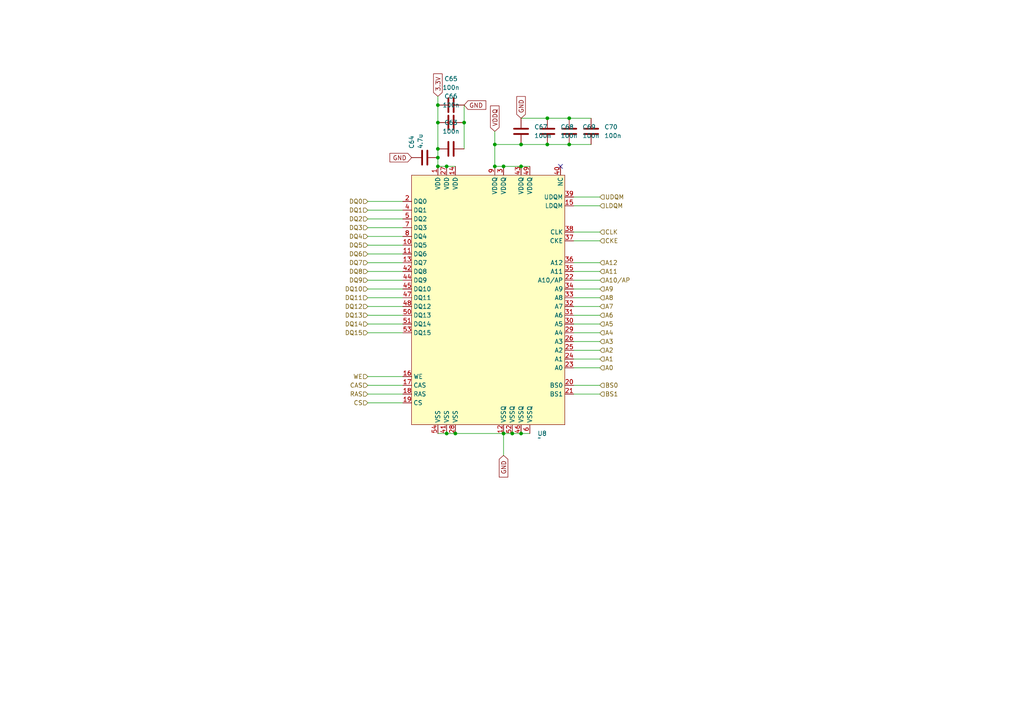
<source format=kicad_sch>
(kicad_sch
	(version 20231120)
	(generator "eeschema")
	(generator_version "8.0")
	(uuid "6b865fdc-0fc1-4c99-bea2-629611eef4af")
	(paper "A4")
	(lib_symbols
		(symbol "Device:C"
			(pin_numbers hide)
			(pin_names
				(offset 0.254)
			)
			(exclude_from_sim no)
			(in_bom yes)
			(on_board yes)
			(property "Reference" "C"
				(at 0.635 2.54 0)
				(effects
					(font
						(size 1.27 1.27)
					)
					(justify left)
				)
			)
			(property "Value" "C"
				(at 0.635 -2.54 0)
				(effects
					(font
						(size 1.27 1.27)
					)
					(justify left)
				)
			)
			(property "Footprint" ""
				(at 0.9652 -3.81 0)
				(effects
					(font
						(size 1.27 1.27)
					)
					(hide yes)
				)
			)
			(property "Datasheet" "~"
				(at 0 0 0)
				(effects
					(font
						(size 1.27 1.27)
					)
					(hide yes)
				)
			)
			(property "Description" "Unpolarized capacitor"
				(at 0 0 0)
				(effects
					(font
						(size 1.27 1.27)
					)
					(hide yes)
				)
			)
			(property "ki_keywords" "cap capacitor"
				(at 0 0 0)
				(effects
					(font
						(size 1.27 1.27)
					)
					(hide yes)
				)
			)
			(property "ki_fp_filters" "C_*"
				(at 0 0 0)
				(effects
					(font
						(size 1.27 1.27)
					)
					(hide yes)
				)
			)
			(symbol "C_0_1"
				(polyline
					(pts
						(xy -2.032 -0.762) (xy 2.032 -0.762)
					)
					(stroke
						(width 0.508)
						(type default)
					)
					(fill
						(type none)
					)
				)
				(polyline
					(pts
						(xy -2.032 0.762) (xy 2.032 0.762)
					)
					(stroke
						(width 0.508)
						(type default)
					)
					(fill
						(type none)
					)
				)
			)
			(symbol "C_1_1"
				(pin passive line
					(at 0 3.81 270)
					(length 2.794)
					(name "~"
						(effects
							(font
								(size 1.27 1.27)
							)
						)
					)
					(number "1"
						(effects
							(font
								(size 1.27 1.27)
							)
						)
					)
				)
				(pin passive line
					(at 0 -3.81 90)
					(length 2.794)
					(name "~"
						(effects
							(font
								(size 1.27 1.27)
							)
						)
					)
					(number "2"
						(effects
							(font
								(size 1.27 1.27)
							)
						)
					)
				)
			)
		)
		(symbol "W9825G6KH:W9825G6KH"
			(exclude_from_sim no)
			(in_bom yes)
			(on_board yes)
			(property "Reference" "U"
				(at 12.954 -16.51 0)
				(effects
					(font
						(size 1.27 1.27)
					)
				)
			)
			(property "Value" ""
				(at -14.224 10.922 0)
				(effects
					(font
						(size 1.27 1.27)
					)
				)
			)
			(property "Footprint" ""
				(at -14.224 10.922 0)
				(effects
					(font
						(size 1.27 1.27)
					)
					(hide yes)
				)
			)
			(property "Datasheet" ""
				(at -14.224 10.922 0)
				(effects
					(font
						(size 1.27 1.27)
					)
					(hide yes)
				)
			)
			(property "Description" ""
				(at -14.224 10.922 0)
				(effects
					(font
						(size 1.27 1.27)
					)
					(hide yes)
				)
			)
			(symbol "W9825G6KH_1_1"
				(rectangle
					(start -8.89 15.24)
					(end 35.56 -57.15)
					(stroke
						(width 0)
						(type default)
					)
					(fill
						(type background)
					)
				)
				(pin input line
					(at -1.27 17.78 270)
					(length 2.54)
					(name "VDD"
						(effects
							(font
								(size 1.27 1.27)
							)
						)
					)
					(number "1"
						(effects
							(font
								(size 1.27 1.27)
							)
						)
					)
				)
				(pin bidirectional line
					(at -11.43 -5.08 0)
					(length 2.54)
					(name "DQ5"
						(effects
							(font
								(size 1.27 1.27)
							)
						)
					)
					(number "10"
						(effects
							(font
								(size 1.27 1.27)
							)
						)
					)
				)
				(pin bidirectional line
					(at -11.43 -7.62 0)
					(length 2.54)
					(name "DQ6"
						(effects
							(font
								(size 1.27 1.27)
							)
						)
					)
					(number "11"
						(effects
							(font
								(size 1.27 1.27)
							)
						)
					)
				)
				(pin input line
					(at 17.78 -59.69 90)
					(length 2.54)
					(name "VSSQ"
						(effects
							(font
								(size 1.27 1.27)
							)
						)
					)
					(number "12"
						(effects
							(font
								(size 1.27 1.27)
							)
						)
					)
				)
				(pin bidirectional line
					(at -11.43 -10.16 0)
					(length 2.54)
					(name "DQ7"
						(effects
							(font
								(size 1.27 1.27)
							)
						)
					)
					(number "13"
						(effects
							(font
								(size 1.27 1.27)
							)
						)
					)
				)
				(pin input line
					(at 3.81 17.78 270)
					(length 2.54)
					(name "VDD"
						(effects
							(font
								(size 1.27 1.27)
							)
						)
					)
					(number "14"
						(effects
							(font
								(size 1.27 1.27)
							)
						)
					)
				)
				(pin input line
					(at 38.1 6.35 180)
					(length 2.54)
					(name "LDQM"
						(effects
							(font
								(size 1.27 1.27)
							)
						)
					)
					(number "15"
						(effects
							(font
								(size 1.27 1.27)
							)
						)
					)
				)
				(pin input line
					(at -11.43 -43.18 0)
					(length 2.54)
					(name "WE"
						(effects
							(font
								(size 1.27 1.27)
							)
						)
					)
					(number "16"
						(effects
							(font
								(size 1.27 1.27)
							)
						)
					)
				)
				(pin input line
					(at -11.43 -45.72 0)
					(length 2.54)
					(name "CAS"
						(effects
							(font
								(size 1.27 1.27)
							)
						)
					)
					(number "17"
						(effects
							(font
								(size 1.27 1.27)
							)
						)
					)
				)
				(pin input line
					(at -11.43 -48.26 0)
					(length 2.54)
					(name "RAS"
						(effects
							(font
								(size 1.27 1.27)
							)
						)
					)
					(number "18"
						(effects
							(font
								(size 1.27 1.27)
							)
						)
					)
				)
				(pin input line
					(at -11.43 -50.8 0)
					(length 2.54)
					(name "CS"
						(effects
							(font
								(size 1.27 1.27)
							)
						)
					)
					(number "19"
						(effects
							(font
								(size 1.27 1.27)
							)
						)
					)
				)
				(pin bidirectional line
					(at -11.43 7.62 0)
					(length 2.54)
					(name "DQ0"
						(effects
							(font
								(size 1.27 1.27)
							)
						)
					)
					(number "2"
						(effects
							(font
								(size 1.27 1.27)
							)
						)
					)
				)
				(pin input line
					(at 38.1 -45.72 180)
					(length 2.54)
					(name "BS0"
						(effects
							(font
								(size 1.27 1.27)
							)
						)
					)
					(number "20"
						(effects
							(font
								(size 1.27 1.27)
							)
						)
					)
				)
				(pin input line
					(at 38.1 -48.26 180)
					(length 2.54)
					(name "BS1"
						(effects
							(font
								(size 1.27 1.27)
							)
						)
					)
					(number "21"
						(effects
							(font
								(size 1.27 1.27)
							)
						)
					)
				)
				(pin input line
					(at 38.1 -15.24 180)
					(length 2.54)
					(name "A10/AP"
						(effects
							(font
								(size 1.27 1.27)
							)
						)
					)
					(number "22"
						(effects
							(font
								(size 1.27 1.27)
							)
						)
					)
				)
				(pin input line
					(at 38.1 -40.64 180)
					(length 2.54)
					(name "A0"
						(effects
							(font
								(size 1.27 1.27)
							)
						)
					)
					(number "23"
						(effects
							(font
								(size 1.27 1.27)
							)
						)
					)
				)
				(pin input line
					(at 38.1 -38.1 180)
					(length 2.54)
					(name "A1"
						(effects
							(font
								(size 1.27 1.27)
							)
						)
					)
					(number "24"
						(effects
							(font
								(size 1.27 1.27)
							)
						)
					)
				)
				(pin input line
					(at 38.1 -35.56 180)
					(length 2.54)
					(name "A2"
						(effects
							(font
								(size 1.27 1.27)
							)
						)
					)
					(number "25"
						(effects
							(font
								(size 1.27 1.27)
							)
						)
					)
				)
				(pin input line
					(at 38.1 -33.02 180)
					(length 2.54)
					(name "A3"
						(effects
							(font
								(size 1.27 1.27)
							)
						)
					)
					(number "26"
						(effects
							(font
								(size 1.27 1.27)
							)
						)
					)
				)
				(pin input line
					(at 1.27 17.78 270)
					(length 2.54)
					(name "VDD"
						(effects
							(font
								(size 1.27 1.27)
							)
						)
					)
					(number "27"
						(effects
							(font
								(size 1.27 1.27)
							)
						)
					)
				)
				(pin input line
					(at 3.81 -59.69 90)
					(length 2.54)
					(name "VSS"
						(effects
							(font
								(size 1.27 1.27)
							)
						)
					)
					(number "28"
						(effects
							(font
								(size 1.27 1.27)
							)
						)
					)
				)
				(pin input line
					(at 38.1 -30.48 180)
					(length 2.54)
					(name "A4"
						(effects
							(font
								(size 1.27 1.27)
							)
						)
					)
					(number "29"
						(effects
							(font
								(size 1.27 1.27)
							)
						)
					)
				)
				(pin input line
					(at 17.78 17.78 270)
					(length 2.54)
					(name "VDDQ"
						(effects
							(font
								(size 1.27 1.27)
							)
						)
					)
					(number "3"
						(effects
							(font
								(size 1.27 1.27)
							)
						)
					)
				)
				(pin input line
					(at 38.1 -27.94 180)
					(length 2.54)
					(name "A5"
						(effects
							(font
								(size 1.27 1.27)
							)
						)
					)
					(number "30"
						(effects
							(font
								(size 1.27 1.27)
							)
						)
					)
				)
				(pin input line
					(at 38.1 -25.4 180)
					(length 2.54)
					(name "A6"
						(effects
							(font
								(size 1.27 1.27)
							)
						)
					)
					(number "31"
						(effects
							(font
								(size 1.27 1.27)
							)
						)
					)
				)
				(pin input line
					(at 38.1 -22.86 180)
					(length 2.54)
					(name "A7"
						(effects
							(font
								(size 1.27 1.27)
							)
						)
					)
					(number "32"
						(effects
							(font
								(size 1.27 1.27)
							)
						)
					)
				)
				(pin input line
					(at 38.1 -20.32 180)
					(length 2.54)
					(name "A8"
						(effects
							(font
								(size 1.27 1.27)
							)
						)
					)
					(number "33"
						(effects
							(font
								(size 1.27 1.27)
							)
						)
					)
				)
				(pin input line
					(at 38.1 -17.78 180)
					(length 2.54)
					(name "A9"
						(effects
							(font
								(size 1.27 1.27)
							)
						)
					)
					(number "34"
						(effects
							(font
								(size 1.27 1.27)
							)
						)
					)
				)
				(pin input line
					(at 38.1 -12.7 180)
					(length 2.54)
					(name "A11"
						(effects
							(font
								(size 1.27 1.27)
							)
						)
					)
					(number "35"
						(effects
							(font
								(size 1.27 1.27)
							)
						)
					)
				)
				(pin input line
					(at 38.1 -10.16 180)
					(length 2.54)
					(name "A12"
						(effects
							(font
								(size 1.27 1.27)
							)
						)
					)
					(number "36"
						(effects
							(font
								(size 1.27 1.27)
							)
						)
					)
				)
				(pin input line
					(at 38.1 -3.81 180)
					(length 2.54)
					(name "CKE"
						(effects
							(font
								(size 1.27 1.27)
							)
						)
					)
					(number "37"
						(effects
							(font
								(size 1.27 1.27)
							)
						)
					)
				)
				(pin input line
					(at 38.1 -1.27 180)
					(length 2.54)
					(name "CLK"
						(effects
							(font
								(size 1.27 1.27)
							)
						)
					)
					(number "38"
						(effects
							(font
								(size 1.27 1.27)
							)
						)
					)
				)
				(pin input line
					(at 38.1 8.89 180)
					(length 2.54)
					(name "UDQM"
						(effects
							(font
								(size 1.27 1.27)
							)
						)
					)
					(number "39"
						(effects
							(font
								(size 1.27 1.27)
							)
						)
					)
				)
				(pin bidirectional line
					(at -11.43 5.08 0)
					(length 2.54)
					(name "DQ1"
						(effects
							(font
								(size 1.27 1.27)
							)
						)
					)
					(number "4"
						(effects
							(font
								(size 1.27 1.27)
							)
						)
					)
				)
				(pin input line
					(at 34.29 17.78 270)
					(length 2.54)
					(name "NC"
						(effects
							(font
								(size 1.27 1.27)
							)
						)
					)
					(number "40"
						(effects
							(font
								(size 1.27 1.27)
							)
						)
					)
				)
				(pin input line
					(at 1.27 -59.69 90)
					(length 2.54)
					(name "VSS"
						(effects
							(font
								(size 1.27 1.27)
							)
						)
					)
					(number "41"
						(effects
							(font
								(size 1.27 1.27)
							)
						)
					)
				)
				(pin bidirectional line
					(at -11.43 -12.7 0)
					(length 2.54)
					(name "DQ8"
						(effects
							(font
								(size 1.27 1.27)
							)
						)
					)
					(number "42"
						(effects
							(font
								(size 1.27 1.27)
							)
						)
					)
				)
				(pin input line
					(at 22.86 17.78 270)
					(length 2.54)
					(name "VDDQ"
						(effects
							(font
								(size 1.27 1.27)
							)
						)
					)
					(number "43"
						(effects
							(font
								(size 1.27 1.27)
							)
						)
					)
				)
				(pin bidirectional line
					(at -11.43 -15.24 0)
					(length 2.54)
					(name "DQ9"
						(effects
							(font
								(size 1.27 1.27)
							)
						)
					)
					(number "44"
						(effects
							(font
								(size 1.27 1.27)
							)
						)
					)
				)
				(pin bidirectional line
					(at -11.43 -17.78 0)
					(length 2.54)
					(name "DQ10"
						(effects
							(font
								(size 1.27 1.27)
							)
						)
					)
					(number "45"
						(effects
							(font
								(size 1.27 1.27)
							)
						)
					)
				)
				(pin input line
					(at 22.86 -59.69 90)
					(length 2.54)
					(name "VSSQ"
						(effects
							(font
								(size 1.27 1.27)
							)
						)
					)
					(number "46"
						(effects
							(font
								(size 1.27 1.27)
							)
						)
					)
				)
				(pin bidirectional line
					(at -11.43 -20.32 0)
					(length 2.54)
					(name "DQ11"
						(effects
							(font
								(size 1.27 1.27)
							)
						)
					)
					(number "47"
						(effects
							(font
								(size 1.27 1.27)
							)
						)
					)
				)
				(pin bidirectional line
					(at -11.43 -22.86 0)
					(length 2.54)
					(name "DQ12"
						(effects
							(font
								(size 1.27 1.27)
							)
						)
					)
					(number "48"
						(effects
							(font
								(size 1.27 1.27)
							)
						)
					)
				)
				(pin input line
					(at 25.4 17.78 270)
					(length 2.54)
					(name "VDDQ"
						(effects
							(font
								(size 1.27 1.27)
							)
						)
					)
					(number "49"
						(effects
							(font
								(size 1.27 1.27)
							)
						)
					)
				)
				(pin bidirectional line
					(at -11.43 2.54 0)
					(length 2.54)
					(name "DQ2"
						(effects
							(font
								(size 1.27 1.27)
							)
						)
					)
					(number "5"
						(effects
							(font
								(size 1.27 1.27)
							)
						)
					)
				)
				(pin bidirectional line
					(at -11.43 -25.4 0)
					(length 2.54)
					(name "DQ13"
						(effects
							(font
								(size 1.27 1.27)
							)
						)
					)
					(number "50"
						(effects
							(font
								(size 1.27 1.27)
							)
						)
					)
				)
				(pin bidirectional line
					(at -11.43 -27.94 0)
					(length 2.54)
					(name "DQ14"
						(effects
							(font
								(size 1.27 1.27)
							)
						)
					)
					(number "51"
						(effects
							(font
								(size 1.27 1.27)
							)
						)
					)
				)
				(pin input line
					(at 20.32 -59.69 90)
					(length 2.54)
					(name "VSSQ"
						(effects
							(font
								(size 1.27 1.27)
							)
						)
					)
					(number "52"
						(effects
							(font
								(size 1.27 1.27)
							)
						)
					)
				)
				(pin bidirectional line
					(at -11.43 -30.48 0)
					(length 2.54)
					(name "DQ15"
						(effects
							(font
								(size 1.27 1.27)
							)
						)
					)
					(number "53"
						(effects
							(font
								(size 1.27 1.27)
							)
						)
					)
				)
				(pin input line
					(at -1.27 -59.69 90)
					(length 2.54)
					(name "VSS"
						(effects
							(font
								(size 1.27 1.27)
							)
						)
					)
					(number "54"
						(effects
							(font
								(size 1.27 1.27)
							)
						)
					)
				)
				(pin input line
					(at 25.4 -59.69 90)
					(length 2.54)
					(name "VSSQ"
						(effects
							(font
								(size 1.27 1.27)
							)
						)
					)
					(number "6"
						(effects
							(font
								(size 1.27 1.27)
							)
						)
					)
				)
				(pin bidirectional line
					(at -11.43 0 0)
					(length 2.54)
					(name "DQ3"
						(effects
							(font
								(size 1.27 1.27)
							)
						)
					)
					(number "7"
						(effects
							(font
								(size 1.27 1.27)
							)
						)
					)
				)
				(pin bidirectional line
					(at -11.43 -2.54 0)
					(length 2.54)
					(name "DQ4"
						(effects
							(font
								(size 1.27 1.27)
							)
						)
					)
					(number "8"
						(effects
							(font
								(size 1.27 1.27)
							)
						)
					)
				)
				(pin input line
					(at 15.24 17.78 270)
					(length 2.54)
					(name "VDDQ"
						(effects
							(font
								(size 1.27 1.27)
							)
						)
					)
					(number "9"
						(effects
							(font
								(size 1.27 1.27)
							)
						)
					)
				)
			)
		)
	)
	(junction
		(at 129.54 48.26)
		(diameter 0)
		(color 0 0 0 0)
		(uuid "17bd9dc4-d07b-452c-98a2-6b015bf5ac79")
	)
	(junction
		(at 143.51 41.91)
		(diameter 0)
		(color 0 0 0 0)
		(uuid "1e61cf4d-756d-44e2-9216-a3c59af6b5ed")
	)
	(junction
		(at 127 35.56)
		(diameter 0)
		(color 0 0 0 0)
		(uuid "1e7c3c09-920f-4b1d-8fb2-585a8df77a56")
	)
	(junction
		(at 151.13 41.91)
		(diameter 0)
		(color 0 0 0 0)
		(uuid "1fec640f-9408-4c34-b26e-a0c84d911204")
	)
	(junction
		(at 146.05 48.26)
		(diameter 0)
		(color 0 0 0 0)
		(uuid "2838d0d6-48bd-46cc-9024-c2b314d7d8e8")
	)
	(junction
		(at 127 48.26)
		(diameter 0)
		(color 0 0 0 0)
		(uuid "61dc37a6-79ca-41ef-bc4b-a25fb36764c5")
	)
	(junction
		(at 129.54 125.73)
		(diameter 0)
		(color 0 0 0 0)
		(uuid "6510a7e8-4a5f-47fe-9ef0-a0092db280cd")
	)
	(junction
		(at 132.08 125.73)
		(diameter 0)
		(color 0 0 0 0)
		(uuid "67a597ff-64cc-4edd-a5fa-119b901726ba")
	)
	(junction
		(at 143.51 48.26)
		(diameter 0)
		(color 0 0 0 0)
		(uuid "7afc7371-86a7-4253-b1e7-e157ffe94d9d")
	)
	(junction
		(at 158.75 41.91)
		(diameter 0)
		(color 0 0 0 0)
		(uuid "8ca66f3c-b216-40a6-aa2b-fbcc40e2864d")
	)
	(junction
		(at 148.59 125.73)
		(diameter 0)
		(color 0 0 0 0)
		(uuid "9f0424b4-9cb4-4e1b-af6c-14e5937be748")
	)
	(junction
		(at 127 45.72)
		(diameter 0)
		(color 0 0 0 0)
		(uuid "9f7d5a21-737c-4ee9-97cc-cd6f295ea664")
	)
	(junction
		(at 151.13 48.26)
		(diameter 0)
		(color 0 0 0 0)
		(uuid "aa0b6cad-9702-4300-9ef1-ebb075a22f72")
	)
	(junction
		(at 151.13 125.73)
		(diameter 0)
		(color 0 0 0 0)
		(uuid "aa8eb87a-dd1d-43ee-a847-7c7dea9957fd")
	)
	(junction
		(at 165.1 34.29)
		(diameter 0)
		(color 0 0 0 0)
		(uuid "bc6fdcb4-5d3a-461d-b519-4d0232b4d102")
	)
	(junction
		(at 127 30.48)
		(diameter 0)
		(color 0 0 0 0)
		(uuid "bfed24a0-cb81-4680-8f8e-bfb23e841324")
	)
	(junction
		(at 146.05 125.73)
		(diameter 0)
		(color 0 0 0 0)
		(uuid "c07d5c40-61f1-49bf-8775-9ba043217149")
	)
	(junction
		(at 134.62 35.56)
		(diameter 0)
		(color 0 0 0 0)
		(uuid "c72f1fbf-8a9f-49de-b02c-9b1ed5a76baf")
	)
	(junction
		(at 158.75 34.29)
		(diameter 0)
		(color 0 0 0 0)
		(uuid "eaeb3dfd-0030-4513-bbfa-779c0fedf664")
	)
	(junction
		(at 165.1 41.91)
		(diameter 0)
		(color 0 0 0 0)
		(uuid "ed25de3b-e139-4a92-9dda-c795ef596c02")
	)
	(junction
		(at 127 43.18)
		(diameter 0)
		(color 0 0 0 0)
		(uuid "fbf5bb86-8081-4ec2-9a3d-8d6a70b7f8aa")
	)
	(no_connect
		(at 162.56 48.26)
		(uuid "8763dc91-433c-43e4-bcc5-cf5bb4c356ec")
	)
	(wire
		(pts
			(xy 106.68 83.82) (xy 116.84 83.82)
		)
		(stroke
			(width 0)
			(type default)
		)
		(uuid "05ae15a6-87de-4acb-99ce-90aa5efc886d")
	)
	(wire
		(pts
			(xy 166.37 93.98) (xy 173.99 93.98)
		)
		(stroke
			(width 0)
			(type default)
		)
		(uuid "06dfc062-be42-4e49-9f4c-a09188a37255")
	)
	(wire
		(pts
			(xy 106.68 111.76) (xy 116.84 111.76)
		)
		(stroke
			(width 0)
			(type default)
		)
		(uuid "0c11f762-62c4-462e-a105-5f290e37fc30")
	)
	(wire
		(pts
			(xy 106.68 58.42) (xy 116.84 58.42)
		)
		(stroke
			(width 0)
			(type default)
		)
		(uuid "0f0bc2e3-0f8e-49e9-bf40-81d5f21bb36a")
	)
	(wire
		(pts
			(xy 165.1 41.91) (xy 171.45 41.91)
		)
		(stroke
			(width 0)
			(type default)
		)
		(uuid "1405d6ca-648e-4f5a-a564-11ae3c53f40b")
	)
	(wire
		(pts
			(xy 106.68 76.2) (xy 116.84 76.2)
		)
		(stroke
			(width 0)
			(type default)
		)
		(uuid "16ccd0a1-43bd-4a9f-888a-5565fd11c425")
	)
	(wire
		(pts
			(xy 143.51 41.91) (xy 151.13 41.91)
		)
		(stroke
			(width 0)
			(type default)
		)
		(uuid "1c348baa-070c-42bc-a6d6-40c242a825ae")
	)
	(wire
		(pts
			(xy 166.37 78.74) (xy 173.99 78.74)
		)
		(stroke
			(width 0)
			(type default)
		)
		(uuid "24136afb-9151-4b12-95f6-12c11a609a39")
	)
	(wire
		(pts
			(xy 146.05 125.73) (xy 146.05 132.08)
		)
		(stroke
			(width 0)
			(type default)
		)
		(uuid "2727acf5-f6af-4857-a5ba-49a51223382a")
	)
	(wire
		(pts
			(xy 127 27.94) (xy 127 30.48)
		)
		(stroke
			(width 0)
			(type default)
		)
		(uuid "38e98d1c-e673-411b-8e83-68c74b079bec")
	)
	(wire
		(pts
			(xy 106.68 88.9) (xy 116.84 88.9)
		)
		(stroke
			(width 0)
			(type default)
		)
		(uuid "392622ae-1b3c-4cee-ba87-cc43e94a755d")
	)
	(wire
		(pts
			(xy 127 30.48) (xy 127 35.56)
		)
		(stroke
			(width 0)
			(type default)
		)
		(uuid "3aece5b0-ddd6-4ccd-9328-a3962083d706")
	)
	(wire
		(pts
			(xy 166.37 99.06) (xy 173.99 99.06)
		)
		(stroke
			(width 0)
			(type default)
		)
		(uuid "3d5ba376-047e-4d59-86bc-322959c7fd13")
	)
	(wire
		(pts
			(xy 127 125.73) (xy 129.54 125.73)
		)
		(stroke
			(width 0)
			(type default)
		)
		(uuid "432b38d8-89b8-4bf6-a264-e2587b464564")
	)
	(wire
		(pts
			(xy 143.51 48.26) (xy 146.05 48.26)
		)
		(stroke
			(width 0)
			(type default)
		)
		(uuid "49b7502d-16da-4689-bc33-52643f4e0564")
	)
	(wire
		(pts
			(xy 134.62 35.56) (xy 134.62 43.18)
		)
		(stroke
			(width 0)
			(type default)
		)
		(uuid "4a32a7b7-0f9f-4fa6-b95d-4cb11f525cff")
	)
	(wire
		(pts
			(xy 166.37 69.85) (xy 173.99 69.85)
		)
		(stroke
			(width 0)
			(type default)
		)
		(uuid "4a5b5e9a-a191-4e2f-9416-fa58cbd03af2")
	)
	(wire
		(pts
			(xy 158.75 41.91) (xy 165.1 41.91)
		)
		(stroke
			(width 0)
			(type default)
		)
		(uuid "4bbd43b7-399e-45bf-8587-870bc950c56e")
	)
	(wire
		(pts
			(xy 166.37 81.28) (xy 173.99 81.28)
		)
		(stroke
			(width 0)
			(type default)
		)
		(uuid "5364cfed-63f5-47d3-8717-b375f595c726")
	)
	(wire
		(pts
			(xy 166.37 101.6) (xy 173.99 101.6)
		)
		(stroke
			(width 0)
			(type default)
		)
		(uuid "55abd539-5527-4a3d-bb25-f2a1874c732c")
	)
	(wire
		(pts
			(xy 106.68 78.74) (xy 116.84 78.74)
		)
		(stroke
			(width 0)
			(type default)
		)
		(uuid "58b657e7-9470-41ce-9792-438f41d45f69")
	)
	(wire
		(pts
			(xy 166.37 83.82) (xy 173.99 83.82)
		)
		(stroke
			(width 0)
			(type default)
		)
		(uuid "5a93db02-bbad-4227-991f-0d690508319d")
	)
	(wire
		(pts
			(xy 151.13 125.73) (xy 153.67 125.73)
		)
		(stroke
			(width 0)
			(type default)
		)
		(uuid "5de033bd-4c3e-4cce-bb57-4b94cb5e11ec")
	)
	(wire
		(pts
			(xy 106.68 93.98) (xy 116.84 93.98)
		)
		(stroke
			(width 0)
			(type default)
		)
		(uuid "652690c8-93bf-4cb3-aee8-24606f89ce91")
	)
	(wire
		(pts
			(xy 129.54 48.26) (xy 132.08 48.26)
		)
		(stroke
			(width 0)
			(type default)
		)
		(uuid "6c829e4e-d315-4722-8faf-8aee926e80ac")
	)
	(wire
		(pts
			(xy 127 35.56) (xy 127 43.18)
		)
		(stroke
			(width 0)
			(type default)
		)
		(uuid "6fd81bd1-05d8-4fa1-b149-7bb2e81771c1")
	)
	(wire
		(pts
			(xy 166.37 57.15) (xy 173.99 57.15)
		)
		(stroke
			(width 0)
			(type default)
		)
		(uuid "73a70083-d09e-4b84-93a3-0f849cd7c5e4")
	)
	(wire
		(pts
			(xy 106.68 73.66) (xy 116.84 73.66)
		)
		(stroke
			(width 0)
			(type default)
		)
		(uuid "75ca4cca-a6e8-4b26-aea9-666ca5ee58ed")
	)
	(wire
		(pts
			(xy 166.37 59.69) (xy 173.99 59.69)
		)
		(stroke
			(width 0)
			(type default)
		)
		(uuid "77be582e-5259-4a85-8041-39fb4b41ea32")
	)
	(wire
		(pts
			(xy 134.62 30.48) (xy 134.62 35.56)
		)
		(stroke
			(width 0)
			(type default)
		)
		(uuid "79a090d6-6b15-435c-91e4-cefebb3292da")
	)
	(wire
		(pts
			(xy 158.75 34.29) (xy 165.1 34.29)
		)
		(stroke
			(width 0)
			(type default)
		)
		(uuid "7a64e0fb-e0bd-4fd7-9aff-f61e3263d52b")
	)
	(wire
		(pts
			(xy 166.37 106.68) (xy 173.99 106.68)
		)
		(stroke
			(width 0)
			(type default)
		)
		(uuid "7b67b457-af43-4924-bf44-515913eb7d9f")
	)
	(wire
		(pts
			(xy 106.68 71.12) (xy 116.84 71.12)
		)
		(stroke
			(width 0)
			(type default)
		)
		(uuid "7d629b72-c054-492b-86d6-2bcddef10564")
	)
	(wire
		(pts
			(xy 106.68 68.58) (xy 116.84 68.58)
		)
		(stroke
			(width 0)
			(type default)
		)
		(uuid "7f22c615-f4c3-40c7-8da1-34fb4a8d16b8")
	)
	(wire
		(pts
			(xy 127 48.26) (xy 129.54 48.26)
		)
		(stroke
			(width 0)
			(type default)
		)
		(uuid "868f39db-b5e1-443b-a3b5-35d81a1a23d4")
	)
	(wire
		(pts
			(xy 129.54 125.73) (xy 132.08 125.73)
		)
		(stroke
			(width 0)
			(type default)
		)
		(uuid "8bf352d4-460a-4a26-b826-e815e290391a")
	)
	(wire
		(pts
			(xy 106.68 96.52) (xy 116.84 96.52)
		)
		(stroke
			(width 0)
			(type default)
		)
		(uuid "904e842c-a1d2-40b3-a7e4-352ac73ec368")
	)
	(wire
		(pts
			(xy 106.68 91.44) (xy 116.84 91.44)
		)
		(stroke
			(width 0)
			(type default)
		)
		(uuid "94103e3b-5439-4b4b-b551-d749288c3995")
	)
	(wire
		(pts
			(xy 166.37 76.2) (xy 173.99 76.2)
		)
		(stroke
			(width 0)
			(type default)
		)
		(uuid "9473c688-99e5-4d05-a78c-ec3cd3b62dc2")
	)
	(wire
		(pts
			(xy 166.37 96.52) (xy 173.99 96.52)
		)
		(stroke
			(width 0)
			(type default)
		)
		(uuid "94bd444d-0639-4705-9fae-5c8175c2b0ac")
	)
	(wire
		(pts
			(xy 106.68 63.5) (xy 116.84 63.5)
		)
		(stroke
			(width 0)
			(type default)
		)
		(uuid "95ed9407-4062-47a3-ad19-38a7c6740efa")
	)
	(wire
		(pts
			(xy 106.68 114.3) (xy 116.84 114.3)
		)
		(stroke
			(width 0)
			(type default)
		)
		(uuid "978abcfe-960f-4ba7-9a44-28510a3bdc1f")
	)
	(wire
		(pts
			(xy 132.08 125.73) (xy 146.05 125.73)
		)
		(stroke
			(width 0)
			(type default)
		)
		(uuid "9820d2d2-cf39-44c6-91c8-9b300997053f")
	)
	(wire
		(pts
			(xy 166.37 67.31) (xy 173.99 67.31)
		)
		(stroke
			(width 0)
			(type default)
		)
		(uuid "9cade634-fbe2-404a-be16-02151f21bf3b")
	)
	(wire
		(pts
			(xy 106.68 116.84) (xy 116.84 116.84)
		)
		(stroke
			(width 0)
			(type default)
		)
		(uuid "9eff2483-cf62-43d6-8083-358a479099e7")
	)
	(wire
		(pts
			(xy 166.37 114.3) (xy 173.99 114.3)
		)
		(stroke
			(width 0)
			(type default)
		)
		(uuid "a12c4758-daf3-4124-aeef-554a4afe97ca")
	)
	(wire
		(pts
			(xy 106.68 86.36) (xy 116.84 86.36)
		)
		(stroke
			(width 0)
			(type default)
		)
		(uuid "a737b674-f04b-47cc-ba61-6984ec1bd596")
	)
	(wire
		(pts
			(xy 106.68 81.28) (xy 116.84 81.28)
		)
		(stroke
			(width 0)
			(type default)
		)
		(uuid "ae594d76-46b7-47b5-b350-9796258c3dd5")
	)
	(wire
		(pts
			(xy 166.37 91.44) (xy 173.99 91.44)
		)
		(stroke
			(width 0)
			(type default)
		)
		(uuid "b36049e1-cbc4-400a-a95f-2d73d6093987")
	)
	(wire
		(pts
			(xy 166.37 104.14) (xy 173.99 104.14)
		)
		(stroke
			(width 0)
			(type default)
		)
		(uuid "be29c506-4d08-4e57-a955-6c16efb1f3eb")
	)
	(wire
		(pts
			(xy 143.51 38.1) (xy 143.51 41.91)
		)
		(stroke
			(width 0)
			(type default)
		)
		(uuid "c0346318-32e1-476f-8afe-a05672ae31cf")
	)
	(wire
		(pts
			(xy 151.13 34.29) (xy 158.75 34.29)
		)
		(stroke
			(width 0)
			(type default)
		)
		(uuid "c6c7744b-6705-49c9-84a1-2526e1c7da94")
	)
	(wire
		(pts
			(xy 146.05 125.73) (xy 148.59 125.73)
		)
		(stroke
			(width 0)
			(type default)
		)
		(uuid "c888a0c5-7c5e-468c-93f8-ec11a9729f7b")
	)
	(wire
		(pts
			(xy 166.37 111.76) (xy 173.99 111.76)
		)
		(stroke
			(width 0)
			(type default)
		)
		(uuid "caa03abb-6fd3-4db2-a881-a770e252acec")
	)
	(wire
		(pts
			(xy 166.37 86.36) (xy 173.99 86.36)
		)
		(stroke
			(width 0)
			(type default)
		)
		(uuid "d0569572-e734-4db2-b408-0b4fc68853db")
	)
	(wire
		(pts
			(xy 151.13 48.26) (xy 153.67 48.26)
		)
		(stroke
			(width 0)
			(type default)
		)
		(uuid "d56a0412-c17f-419d-a982-6bd48f11626e")
	)
	(wire
		(pts
			(xy 166.37 88.9) (xy 173.99 88.9)
		)
		(stroke
			(width 0)
			(type default)
		)
		(uuid "d8f9ddfb-6686-47ff-be21-676204fa3c12")
	)
	(wire
		(pts
			(xy 148.59 125.73) (xy 151.13 125.73)
		)
		(stroke
			(width 0)
			(type default)
		)
		(uuid "db43fa8b-f1aa-4043-886c-ccbdd54fc3f8")
	)
	(wire
		(pts
			(xy 106.68 109.22) (xy 116.84 109.22)
		)
		(stroke
			(width 0)
			(type default)
		)
		(uuid "e3340cef-9d52-4e6a-a393-e7c81a504154")
	)
	(wire
		(pts
			(xy 151.13 41.91) (xy 158.75 41.91)
		)
		(stroke
			(width 0)
			(type default)
		)
		(uuid "e725299b-17cb-4867-a856-c758e13a56a3")
	)
	(wire
		(pts
			(xy 165.1 34.29) (xy 171.45 34.29)
		)
		(stroke
			(width 0)
			(type default)
		)
		(uuid "f2076561-89b7-4078-b310-d9059bf17889")
	)
	(wire
		(pts
			(xy 143.51 41.91) (xy 143.51 48.26)
		)
		(stroke
			(width 0)
			(type default)
		)
		(uuid "f46987d9-c48a-4eb6-9513-3c95e44cc6e8")
	)
	(wire
		(pts
			(xy 146.05 48.26) (xy 151.13 48.26)
		)
		(stroke
			(width 0)
			(type default)
		)
		(uuid "f58d0915-5015-4649-af53-f4df6e80748e")
	)
	(wire
		(pts
			(xy 106.68 60.96) (xy 116.84 60.96)
		)
		(stroke
			(width 0)
			(type default)
		)
		(uuid "fa5783ec-086c-4836-a143-11b1e641b23e")
	)
	(wire
		(pts
			(xy 106.68 66.04) (xy 116.84 66.04)
		)
		(stroke
			(width 0)
			(type default)
		)
		(uuid "fbde147e-4865-41bd-afde-628299f61bd7")
	)
	(wire
		(pts
			(xy 127 43.18) (xy 127 45.72)
		)
		(stroke
			(width 0)
			(type default)
		)
		(uuid "fdd90ff5-c150-46f0-9f73-b3286dcd3470")
	)
	(wire
		(pts
			(xy 127 45.72) (xy 127 48.26)
		)
		(stroke
			(width 0)
			(type default)
		)
		(uuid "ff899d37-fd49-44f5-a954-523d2df927e8")
	)
	(global_label "GND"
		(shape input)
		(at 119.38 45.72 180)
		(fields_autoplaced yes)
		(effects
			(font
				(size 1.27 1.27)
			)
			(justify right)
		)
		(uuid "321cfae5-6208-49e0-9342-3bac06717b25")
		(property "Intersheetrefs" "${INTERSHEET_REFS}"
			(at 112.5243 45.72 0)
			(effects
				(font
					(size 1.27 1.27)
				)
				(justify right)
				(hide yes)
			)
		)
	)
	(global_label "GND"
		(shape input)
		(at 134.62 30.48 0)
		(fields_autoplaced yes)
		(effects
			(font
				(size 1.27 1.27)
			)
			(justify left)
		)
		(uuid "3d99350c-ce18-45b1-b5ed-2faa26b16877")
		(property "Intersheetrefs" "${INTERSHEET_REFS}"
			(at 141.4757 30.48 0)
			(effects
				(font
					(size 1.27 1.27)
				)
				(justify left)
				(hide yes)
			)
		)
	)
	(global_label "VDDQ"
		(shape input)
		(at 143.51 38.1 90)
		(fields_autoplaced yes)
		(effects
			(font
				(size 1.27 1.27)
			)
			(justify left)
		)
		(uuid "8e10b201-22e9-4758-ba71-6b0ab6692e7d")
		(property "Intersheetrefs" "${INTERSHEET_REFS}"
			(at 143.51 30.1557 90)
			(effects
				(font
					(size 1.27 1.27)
				)
				(justify left)
				(hide yes)
			)
		)
	)
	(global_label "3.3V"
		(shape input)
		(at 127 27.94 90)
		(fields_autoplaced yes)
		(effects
			(font
				(size 1.27 1.27)
			)
			(justify left)
		)
		(uuid "9f778468-0d14-443f-8377-9a4b03bf97ed")
		(property "Intersheetrefs" "${INTERSHEET_REFS}"
			(at 127 20.8424 90)
			(effects
				(font
					(size 1.27 1.27)
				)
				(justify left)
				(hide yes)
			)
		)
	)
	(global_label "GND"
		(shape input)
		(at 151.13 34.29 90)
		(fields_autoplaced yes)
		(effects
			(font
				(size 1.27 1.27)
			)
			(justify left)
		)
		(uuid "a9757052-7a63-4464-8f43-a9df5337a64c")
		(property "Intersheetrefs" "${INTERSHEET_REFS}"
			(at 151.13 27.4343 90)
			(effects
				(font
					(size 1.27 1.27)
				)
				(justify left)
				(hide yes)
			)
		)
	)
	(global_label "GND"
		(shape input)
		(at 146.05 132.08 270)
		(fields_autoplaced yes)
		(effects
			(font
				(size 1.27 1.27)
			)
			(justify right)
		)
		(uuid "eacae854-3129-4b5f-a624-73a7df9d358a")
		(property "Intersheetrefs" "${INTERSHEET_REFS}"
			(at 146.05 138.9357 90)
			(effects
				(font
					(size 1.27 1.27)
				)
				(justify right)
				(hide yes)
			)
		)
	)
	(hierarchical_label "A7"
		(shape input)
		(at 173.99 88.9 0)
		(effects
			(font
				(size 1.27 1.27)
			)
			(justify left)
		)
		(uuid "1520004d-13a3-4621-9652-0b4492154336")
	)
	(hierarchical_label "DQ4"
		(shape input)
		(at 106.68 68.58 180)
		(effects
			(font
				(size 1.27 1.27)
			)
			(justify right)
		)
		(uuid "1a36f347-4c51-49a8-8642-ce7a99919ee3")
	)
	(hierarchical_label "A0"
		(shape input)
		(at 173.99 106.68 0)
		(effects
			(font
				(size 1.27 1.27)
			)
			(justify left)
		)
		(uuid "2980f9ce-2e3a-4500-b5dc-70ba402b33d7")
	)
	(hierarchical_label "DQ12"
		(shape input)
		(at 106.68 88.9 180)
		(effects
			(font
				(size 1.27 1.27)
			)
			(justify right)
		)
		(uuid "2c7ff3d4-d993-4992-a2e9-5302fcc0bebe")
	)
	(hierarchical_label "A10{slash}AP"
		(shape input)
		(at 173.99 81.28 0)
		(effects
			(font
				(size 1.27 1.27)
			)
			(justify left)
		)
		(uuid "2d6c585d-e76b-4e25-af81-2a6de7d13407")
	)
	(hierarchical_label "DQ2"
		(shape input)
		(at 106.68 63.5 180)
		(effects
			(font
				(size 1.27 1.27)
			)
			(justify right)
		)
		(uuid "34ab32e8-7bc7-4f52-b76b-c1bf6e53d143")
	)
	(hierarchical_label "CLK"
		(shape input)
		(at 173.99 67.31 0)
		(effects
			(font
				(size 1.27 1.27)
			)
			(justify left)
		)
		(uuid "3ffb6d3d-78bb-4ba3-b074-69f87df302b1")
	)
	(hierarchical_label "WE"
		(shape input)
		(at 106.68 109.22 180)
		(effects
			(font
				(size 1.27 1.27)
			)
			(justify right)
		)
		(uuid "4934d452-91c7-4600-b48a-cdbf667552b3")
	)
	(hierarchical_label "A12"
		(shape input)
		(at 173.99 76.2 0)
		(effects
			(font
				(size 1.27 1.27)
			)
			(justify left)
		)
		(uuid "50b3b731-a2a0-4d72-926c-07d5f64d79f5")
	)
	(hierarchical_label "DQ7"
		(shape input)
		(at 106.68 76.2 180)
		(effects
			(font
				(size 1.27 1.27)
			)
			(justify right)
		)
		(uuid "67ea4d0f-4a3f-4f74-9a16-029009ba8065")
	)
	(hierarchical_label "DQ14"
		(shape input)
		(at 106.68 93.98 180)
		(effects
			(font
				(size 1.27 1.27)
			)
			(justify right)
		)
		(uuid "6e6739a0-58fa-44aa-b4b3-a661f27f1aa3")
	)
	(hierarchical_label "UDQM"
		(shape input)
		(at 173.99 57.15 0)
		(effects
			(font
				(size 1.27 1.27)
			)
			(justify left)
		)
		(uuid "70b15da8-10fa-4470-bcb4-bf3139ea0b4a")
	)
	(hierarchical_label "A2"
		(shape input)
		(at 173.99 101.6 0)
		(effects
			(font
				(size 1.27 1.27)
			)
			(justify left)
		)
		(uuid "7695478f-3237-42cc-bd7b-c05d7c746cce")
	)
	(hierarchical_label "A8"
		(shape input)
		(at 173.99 86.36 0)
		(effects
			(font
				(size 1.27 1.27)
			)
			(justify left)
		)
		(uuid "7aa159e2-a18b-4ceb-a84d-09c0f1c0e5b2")
	)
	(hierarchical_label "DQ1"
		(shape input)
		(at 106.68 60.96 180)
		(effects
			(font
				(size 1.27 1.27)
			)
			(justify right)
		)
		(uuid "7eb82200-59dc-4a2b-8ed0-e472eb0bddf9")
	)
	(hierarchical_label "LDQM"
		(shape input)
		(at 173.99 59.69 0)
		(effects
			(font
				(size 1.27 1.27)
			)
			(justify left)
		)
		(uuid "84ff8b98-0074-4da0-ae84-7b8870f8a2a6")
	)
	(hierarchical_label "CKE"
		(shape input)
		(at 173.99 69.85 0)
		(effects
			(font
				(size 1.27 1.27)
			)
			(justify left)
		)
		(uuid "9440e253-d46c-4e06-a08f-2b6e16e28b3c")
	)
	(hierarchical_label "RAS"
		(shape input)
		(at 106.68 114.3 180)
		(effects
			(font
				(size 1.27 1.27)
			)
			(justify right)
		)
		(uuid "a0a04d97-2f6b-437b-b2d1-4535f5219b37")
	)
	(hierarchical_label "DQ15"
		(shape input)
		(at 106.68 96.52 180)
		(effects
			(font
				(size 1.27 1.27)
			)
			(justify right)
		)
		(uuid "a4d87883-ec11-4130-92c8-0b76a1db0aff")
	)
	(hierarchical_label "DQ0"
		(shape input)
		(at 106.68 58.42 180)
		(effects
			(font
				(size 1.27 1.27)
			)
			(justify right)
		)
		(uuid "b2f8d87d-93d0-4bf9-bdb6-de976ebb6760")
	)
	(hierarchical_label "DQ6"
		(shape input)
		(at 106.68 73.66 180)
		(effects
			(font
				(size 1.27 1.27)
			)
			(justify right)
		)
		(uuid "b5086238-f754-436a-a906-64aa13111003")
	)
	(hierarchical_label "DQ10"
		(shape input)
		(at 106.68 83.82 180)
		(effects
			(font
				(size 1.27 1.27)
			)
			(justify right)
		)
		(uuid "b613376e-4435-40ae-8543-dd6dbbd45f46")
	)
	(hierarchical_label "A1"
		(shape input)
		(at 173.99 104.14 0)
		(effects
			(font
				(size 1.27 1.27)
			)
			(justify left)
		)
		(uuid "b6800d27-9a60-4f16-bd54-bdc0db58db95")
	)
	(hierarchical_label "A11"
		(shape input)
		(at 173.99 78.74 0)
		(effects
			(font
				(size 1.27 1.27)
			)
			(justify left)
		)
		(uuid "b8feae1d-a761-4abb-8c77-89e975c1441d")
	)
	(hierarchical_label "DQ8"
		(shape input)
		(at 106.68 78.74 180)
		(effects
			(font
				(size 1.27 1.27)
			)
			(justify right)
		)
		(uuid "b90ca0cf-692b-42c2-8f3c-71480e070fed")
	)
	(hierarchical_label "BS0"
		(shape input)
		(at 173.99 111.76 0)
		(effects
			(font
				(size 1.27 1.27)
			)
			(justify left)
		)
		(uuid "ba99f27a-99eb-4737-8e9a-89de25d6369a")
	)
	(hierarchical_label "A4"
		(shape input)
		(at 173.99 96.52 0)
		(effects
			(font
				(size 1.27 1.27)
			)
			(justify left)
		)
		(uuid "c2952a44-48ed-4346-9658-f83252e47eed")
	)
	(hierarchical_label "A6"
		(shape input)
		(at 173.99 91.44 0)
		(effects
			(font
				(size 1.27 1.27)
			)
			(justify left)
		)
		(uuid "c323faaa-797b-4f37-bbd7-c25eea8593bd")
	)
	(hierarchical_label "A5"
		(shape input)
		(at 173.99 93.98 0)
		(effects
			(font
				(size 1.27 1.27)
			)
			(justify left)
		)
		(uuid "d12c5897-819d-426a-a7f4-6631be37aadd")
	)
	(hierarchical_label "DQ9"
		(shape input)
		(at 106.68 81.28 180)
		(effects
			(font
				(size 1.27 1.27)
			)
			(justify right)
		)
		(uuid "d27eb7bf-8e25-4d18-b2b7-8f88fe63d52c")
	)
	(hierarchical_label "BS1"
		(shape input)
		(at 173.99 114.3 0)
		(effects
			(font
				(size 1.27 1.27)
			)
			(justify left)
		)
		(uuid "d345c776-0e11-4cd7-85f4-88b148483e90")
	)
	(hierarchical_label "DQ13"
		(shape input)
		(at 106.68 91.44 180)
		(effects
			(font
				(size 1.27 1.27)
			)
			(justify right)
		)
		(uuid "de505d2a-c3d0-4097-9c64-5537ee503b29")
	)
	(hierarchical_label "DQ11"
		(shape input)
		(at 106.68 86.36 180)
		(effects
			(font
				(size 1.27 1.27)
			)
			(justify right)
		)
		(uuid "e703a737-cbf3-46ee-9cbc-d37a684dfcfc")
	)
	(hierarchical_label "CAS"
		(shape input)
		(at 106.68 111.76 180)
		(effects
			(font
				(size 1.27 1.27)
			)
			(justify right)
		)
		(uuid "ea295f18-aeca-402f-a598-9af75af55451")
	)
	(hierarchical_label "DQ3"
		(shape input)
		(at 106.68 66.04 180)
		(effects
			(font
				(size 1.27 1.27)
			)
			(justify right)
		)
		(uuid "ef073212-8b5a-4991-97e2-f1e5efece665")
	)
	(hierarchical_label "A9"
		(shape input)
		(at 173.99 83.82 0)
		(effects
			(font
				(size 1.27 1.27)
			)
			(justify left)
		)
		(uuid "f2e1e383-a988-4ccc-9514-6426d02492b2")
	)
	(hierarchical_label "A3"
		(shape input)
		(at 173.99 99.06 0)
		(effects
			(font
				(size 1.27 1.27)
			)
			(justify left)
		)
		(uuid "f4b6314c-05e6-420e-95c5-90f6d86cf4cd")
	)
	(hierarchical_label "DQ5"
		(shape input)
		(at 106.68 71.12 180)
		(effects
			(font
				(size 1.27 1.27)
			)
			(justify right)
		)
		(uuid "ff801240-306c-4968-9655-076f07ab48f4")
	)
	(hierarchical_label "CS"
		(shape input)
		(at 106.68 116.84 180)
		(effects
			(font
				(size 1.27 1.27)
			)
			(justify right)
		)
		(uuid "ffc79c73-b811-4dd8-b9e7-40ec8d66f11e")
	)
	(symbol
		(lib_id "Device:C")
		(at 165.1 38.1 180)
		(unit 1)
		(exclude_from_sim no)
		(in_bom yes)
		(on_board yes)
		(dnp no)
		(fields_autoplaced yes)
		(uuid "0d136389-b691-449e-9490-a2d96d213180")
		(property "Reference" "C69"
			(at 168.91 36.8299 0)
			(effects
				(font
					(size 1.27 1.27)
				)
				(justify right)
			)
		)
		(property "Value" "100n"
			(at 168.91 39.3699 0)
			(effects
				(font
					(size 1.27 1.27)
				)
				(justify right)
			)
		)
		(property "Footprint" "Capacitor_SMD:C_0402_1005Metric"
			(at 164.1348 34.29 0)
			(effects
				(font
					(size 1.27 1.27)
				)
				(hide yes)
			)
		)
		(property "Datasheet" "CC0402KRX7R7BB104"
			(at 165.1 38.1 0)
			(effects
				(font
					(size 1.27 1.27)
				)
				(hide yes)
			)
		)
		(property "Description" "Unpolarized capacitor"
			(at 165.1 38.1 0)
			(effects
				(font
					(size 1.27 1.27)
				)
				(hide yes)
			)
		)
		(pin "1"
			(uuid "189ca5b2-0596-42cd-afb4-4a83d36ac912")
		)
		(pin "2"
			(uuid "9f793b24-c2c6-4f3b-93b4-820b964a91e1")
		)
		(instances
			(project "StartTech_SCREEN"
				(path "/18982cba-45a4-4a1f-afcf-06651f5aae5f/17d536b7-87a7-47f6-a8a4-0b07639e5ebf"
					(reference "C69")
					(unit 1)
				)
			)
		)
	)
	(symbol
		(lib_id "Device:C")
		(at 171.45 38.1 180)
		(unit 1)
		(exclude_from_sim no)
		(in_bom yes)
		(on_board yes)
		(dnp no)
		(fields_autoplaced yes)
		(uuid "152a6a21-9bee-425d-b075-6ac8498e5852")
		(property "Reference" "C70"
			(at 175.26 36.8299 0)
			(effects
				(font
					(size 1.27 1.27)
				)
				(justify right)
			)
		)
		(property "Value" "100n"
			(at 175.26 39.3699 0)
			(effects
				(font
					(size 1.27 1.27)
				)
				(justify right)
			)
		)
		(property "Footprint" "Capacitor_SMD:C_0402_1005Metric"
			(at 170.4848 34.29 0)
			(effects
				(font
					(size 1.27 1.27)
				)
				(hide yes)
			)
		)
		(property "Datasheet" "CC0402KRX7R7BB104"
			(at 171.45 38.1 0)
			(effects
				(font
					(size 1.27 1.27)
				)
				(hide yes)
			)
		)
		(property "Description" "Unpolarized capacitor"
			(at 171.45 38.1 0)
			(effects
				(font
					(size 1.27 1.27)
				)
				(hide yes)
			)
		)
		(pin "1"
			(uuid "7176df92-d398-460c-9857-982d0ba69f99")
		)
		(pin "2"
			(uuid "64eb8d17-7d97-4462-9a05-14371da4cd08")
		)
		(instances
			(project "StartTech_SCREEN"
				(path "/18982cba-45a4-4a1f-afcf-06651f5aae5f/17d536b7-87a7-47f6-a8a4-0b07639e5ebf"
					(reference "C70")
					(unit 1)
				)
			)
		)
	)
	(symbol
		(lib_id "Device:C")
		(at 130.81 35.56 90)
		(unit 1)
		(exclude_from_sim no)
		(in_bom yes)
		(on_board yes)
		(dnp no)
		(fields_autoplaced yes)
		(uuid "4173c6f5-e544-4bd1-a10d-367126585b6e")
		(property "Reference" "C66"
			(at 130.81 27.94 90)
			(effects
				(font
					(size 1.27 1.27)
				)
			)
		)
		(property "Value" "100n"
			(at 130.81 30.48 90)
			(effects
				(font
					(size 1.27 1.27)
				)
			)
		)
		(property "Footprint" "Capacitor_SMD:C_0402_1005Metric"
			(at 134.62 34.5948 0)
			(effects
				(font
					(size 1.27 1.27)
				)
				(hide yes)
			)
		)
		(property "Datasheet" "CC0402KRX7R7BB104"
			(at 130.81 35.56 0)
			(effects
				(font
					(size 1.27 1.27)
				)
				(hide yes)
			)
		)
		(property "Description" "Unpolarized capacitor"
			(at 130.81 35.56 0)
			(effects
				(font
					(size 1.27 1.27)
				)
				(hide yes)
			)
		)
		(pin "1"
			(uuid "5edf7284-551d-4969-9c66-a1e1b6ced512")
		)
		(pin "2"
			(uuid "e7b41a01-ddde-477e-b1d8-8429057ac1bb")
		)
		(instances
			(project "StartTech_SCREEN"
				(path "/18982cba-45a4-4a1f-afcf-06651f5aae5f/17d536b7-87a7-47f6-a8a4-0b07639e5ebf"
					(reference "C66")
					(unit 1)
				)
			)
		)
	)
	(symbol
		(lib_id "Device:C")
		(at 151.13 38.1 180)
		(unit 1)
		(exclude_from_sim no)
		(in_bom yes)
		(on_board yes)
		(dnp no)
		(fields_autoplaced yes)
		(uuid "6dfde10c-201d-40e8-822c-c1842285c50d")
		(property "Reference" "C67"
			(at 154.94 36.8299 0)
			(effects
				(font
					(size 1.27 1.27)
				)
				(justify right)
			)
		)
		(property "Value" "100n"
			(at 154.94 39.3699 0)
			(effects
				(font
					(size 1.27 1.27)
				)
				(justify right)
			)
		)
		(property "Footprint" "Capacitor_SMD:C_0402_1005Metric"
			(at 150.1648 34.29 0)
			(effects
				(font
					(size 1.27 1.27)
				)
				(hide yes)
			)
		)
		(property "Datasheet" "CC0402KRX7R7BB104"
			(at 151.13 38.1 0)
			(effects
				(font
					(size 1.27 1.27)
				)
				(hide yes)
			)
		)
		(property "Description" "Unpolarized capacitor"
			(at 151.13 38.1 0)
			(effects
				(font
					(size 1.27 1.27)
				)
				(hide yes)
			)
		)
		(pin "1"
			(uuid "116ed9de-45ef-483d-86a2-796a3ad3b272")
		)
		(pin "2"
			(uuid "e3ad3a65-26e6-41ae-a57e-f78aa6ad6aa2")
		)
		(instances
			(project "StartTech_SCREEN"
				(path "/18982cba-45a4-4a1f-afcf-06651f5aae5f/17d536b7-87a7-47f6-a8a4-0b07639e5ebf"
					(reference "C67")
					(unit 1)
				)
			)
		)
	)
	(symbol
		(lib_id "Device:C")
		(at 158.75 38.1 180)
		(unit 1)
		(exclude_from_sim no)
		(in_bom yes)
		(on_board yes)
		(dnp no)
		(fields_autoplaced yes)
		(uuid "77305d85-a854-43e6-aa44-827f7770c07b")
		(property "Reference" "C68"
			(at 162.56 36.8299 0)
			(effects
				(font
					(size 1.27 1.27)
				)
				(justify right)
			)
		)
		(property "Value" "100n"
			(at 162.56 39.3699 0)
			(effects
				(font
					(size 1.27 1.27)
				)
				(justify right)
			)
		)
		(property "Footprint" "Capacitor_SMD:C_0402_1005Metric"
			(at 157.7848 34.29 0)
			(effects
				(font
					(size 1.27 1.27)
				)
				(hide yes)
			)
		)
		(property "Datasheet" "CC0402KRX7R7BB104"
			(at 158.75 38.1 0)
			(effects
				(font
					(size 1.27 1.27)
				)
				(hide yes)
			)
		)
		(property "Description" "Unpolarized capacitor"
			(at 158.75 38.1 0)
			(effects
				(font
					(size 1.27 1.27)
				)
				(hide yes)
			)
		)
		(pin "1"
			(uuid "488a0666-c830-4354-a136-4d265368a973")
		)
		(pin "2"
			(uuid "12b49c2f-ce13-4933-b0bd-004656dc6068")
		)
		(instances
			(project "StartTech_SCREEN"
				(path "/18982cba-45a4-4a1f-afcf-06651f5aae5f/17d536b7-87a7-47f6-a8a4-0b07639e5ebf"
					(reference "C68")
					(unit 1)
				)
			)
		)
	)
	(symbol
		(lib_id "Device:C")
		(at 130.81 43.18 90)
		(unit 1)
		(exclude_from_sim no)
		(in_bom yes)
		(on_board yes)
		(dnp no)
		(fields_autoplaced yes)
		(uuid "833f4194-c308-44d7-b0f5-5af12daa68f0")
		(property "Reference" "C63"
			(at 130.81 35.56 90)
			(effects
				(font
					(size 1.27 1.27)
				)
			)
		)
		(property "Value" "100n"
			(at 130.81 38.1 90)
			(effects
				(font
					(size 1.27 1.27)
				)
			)
		)
		(property "Footprint" "Capacitor_SMD:C_0402_1005Metric"
			(at 134.62 42.2148 0)
			(effects
				(font
					(size 1.27 1.27)
				)
				(hide yes)
			)
		)
		(property "Datasheet" "CC0402KRX7R7BB104"
			(at 130.81 43.18 0)
			(effects
				(font
					(size 1.27 1.27)
				)
				(hide yes)
			)
		)
		(property "Description" "Unpolarized capacitor"
			(at 130.81 43.18 0)
			(effects
				(font
					(size 1.27 1.27)
				)
				(hide yes)
			)
		)
		(pin "1"
			(uuid "8d3f9235-2213-435d-8752-5844e9bc0d95")
		)
		(pin "2"
			(uuid "69cd2e14-3653-484c-a611-bb09317b9cb7")
		)
		(instances
			(project "StartTech_SCREEN"
				(path "/18982cba-45a4-4a1f-afcf-06651f5aae5f/17d536b7-87a7-47f6-a8a4-0b07639e5ebf"
					(reference "C63")
					(unit 1)
				)
			)
		)
	)
	(symbol
		(lib_id "W9825G6KH:W9825G6KH")
		(at 128.27 66.04 0)
		(unit 1)
		(exclude_from_sim no)
		(in_bom yes)
		(on_board yes)
		(dnp no)
		(fields_autoplaced yes)
		(uuid "aa65b09f-40fa-4d82-a8e0-f3c7c35f9c8b")
		(property "Reference" "U8"
			(at 155.8641 125.73 0)
			(effects
				(font
					(size 1.27 1.27)
				)
				(justify left)
			)
		)
		(property "Value" "~"
			(at 155.8641 127 0)
			(effects
				(font
					(size 1.27 1.27)
				)
				(justify left)
			)
		)
		(property "Footprint" "Library:W9825G6KH"
			(at 114.046 55.118 0)
			(effects
				(font
					(size 1.27 1.27)
				)
				(hide yes)
			)
		)
		(property "Datasheet" ""
			(at 114.046 55.118 0)
			(effects
				(font
					(size 1.27 1.27)
				)
				(hide yes)
			)
		)
		(property "Description" ""
			(at 114.046 55.118 0)
			(effects
				(font
					(size 1.27 1.27)
				)
				(hide yes)
			)
		)
		(pin "6"
			(uuid "16cd2b16-2b27-4cd8-9253-3ad089ca522a")
		)
		(pin "54"
			(uuid "3c63f71d-1a3f-459a-b564-d938d6fdb444")
		)
		(pin "52"
			(uuid "1ccb2d29-8f9b-4d3d-ba2f-89cda338ebb1")
		)
		(pin "53"
			(uuid "debea3b0-8260-419a-80d1-aa3c14ca700e")
		)
		(pin "7"
			(uuid "5ab40bcc-b870-4395-a87f-cb4cb3f1d2bd")
		)
		(pin "8"
			(uuid "cc59b121-2ad0-4325-9bdb-788ec314bc09")
		)
		(pin "9"
			(uuid "c685acd4-6b45-4866-92fd-e69856947fa7")
		)
		(pin "11"
			(uuid "fa74ca24-84e4-482b-91b7-c60a6a0f05a3")
		)
		(pin "41"
			(uuid "c0cf00ef-a37e-4369-a792-dcd84a6548fa")
		)
		(pin "45"
			(uuid "4564aca3-4036-44f5-a250-b5039d46517a")
		)
		(pin "33"
			(uuid "c18032e5-45fb-4947-8894-0b4cb75db6a6")
		)
		(pin "26"
			(uuid "6a914c05-493b-4e77-a012-e4a6e26235fd")
		)
		(pin "17"
			(uuid "f4c5ad00-b767-4a5c-8986-689438798e10")
		)
		(pin "18"
			(uuid "a482abde-b9c8-4212-851d-a54afbcd45c0")
		)
		(pin "32"
			(uuid "7a0f5e55-fe28-4227-8e5e-7430b7c76ea8")
		)
		(pin "40"
			(uuid "ecd34e00-cf4f-4824-b2dc-d946ec66b2c7")
		)
		(pin "44"
			(uuid "9042a21f-4097-40db-95bb-cf93b51956d1")
		)
		(pin "15"
			(uuid "9edb1c43-b087-4e86-9f20-fc70a5014ede")
		)
		(pin "47"
			(uuid "212f4bcb-f077-447d-bdb3-42375282cbd0")
		)
		(pin "19"
			(uuid "f18975c9-9124-4841-9e71-a372d53bb7ca")
		)
		(pin "22"
			(uuid "2ac24c79-e251-4664-b5da-d7445d7c800b")
		)
		(pin "35"
			(uuid "fe298dc0-9d2c-4bef-bf5b-b2728c7381f0")
		)
		(pin "48"
			(uuid "fa3ba7a2-b85f-4886-89a0-54cfac21e8c1")
		)
		(pin "49"
			(uuid "b00ca4b7-d985-44e6-835e-88ebb74bcc48")
		)
		(pin "5"
			(uuid "6066b9ae-5221-44cc-9256-65bcf7bda445")
		)
		(pin "50"
			(uuid "9b10db45-e1d4-4b66-9ee0-fa6cd009261f")
		)
		(pin "13"
			(uuid "1c2e7daf-35eb-456a-8414-8c4cae82b5d8")
		)
		(pin "14"
			(uuid "04910910-8220-40f3-8c6e-041beec9d4dc")
		)
		(pin "20"
			(uuid "e37473b9-552d-4fed-b049-73e0afcc2dd8")
		)
		(pin "2"
			(uuid "9cc90133-cb99-4ff7-a45a-1acdfc75542b")
		)
		(pin "21"
			(uuid "3eb161ab-0113-4c84-ba14-534fb30f1d96")
		)
		(pin "24"
			(uuid "0c247c21-4ebe-4ee4-9b68-dfdddb23304f")
		)
		(pin "3"
			(uuid "7d6e5fdb-c4b3-4e9e-9c4b-76a2a1e8921c")
		)
		(pin "23"
			(uuid "f9f37020-182f-449c-877e-0c1ad95d35f1")
		)
		(pin "16"
			(uuid "19c44f6a-5e9f-4613-a508-94a135ffc807")
		)
		(pin "30"
			(uuid "eef9821f-3e4d-43f3-baab-4fa168816c56")
		)
		(pin "51"
			(uuid "7fa733e6-b8e5-4b63-8543-763184436217")
		)
		(pin "37"
			(uuid "e005fdda-ff62-4aef-81c8-4d1971dc636a")
		)
		(pin "42"
			(uuid "2252debc-2d8d-4a9f-a851-0974118fd02e")
		)
		(pin "1"
			(uuid "7096d0bb-29bd-4f53-a0b6-f8fe97d6eedf")
		)
		(pin "12"
			(uuid "3a5f19fe-97ad-4f02-876d-8af9c3c3d2a1")
		)
		(pin "34"
			(uuid "f38ecf4a-cb76-49da-ba3f-300a3b831f20")
		)
		(pin "38"
			(uuid "f431b695-5aa7-4047-bd00-1c9100371eb7")
		)
		(pin "39"
			(uuid "7ced8839-364b-4369-81dc-88690d62952c")
		)
		(pin "10"
			(uuid "25216d66-cab3-44e2-b602-12bf20b07c0c")
		)
		(pin "27"
			(uuid "1e704192-1201-4212-8572-49f53bc33e0f")
		)
		(pin "25"
			(uuid "e1ca301e-655f-4f07-a11e-89cbd4a26136")
		)
		(pin "29"
			(uuid "1e2af944-5565-451b-8b51-08c2278711e0")
		)
		(pin "28"
			(uuid "340fb48a-142c-4331-a436-ca57bfd2866d")
		)
		(pin "36"
			(uuid "ec1ba359-58f0-42d4-a587-d6dfc0878bf4")
		)
		(pin "31"
			(uuid "61b65d6b-14d5-439d-95f4-4b7c3a425e2a")
		)
		(pin "4"
			(uuid "8a232253-a87e-4f42-9ad0-8c5c1f3764db")
		)
		(pin "43"
			(uuid "9648e44f-c26a-4958-ad68-0652f05dccbc")
		)
		(pin "46"
			(uuid "8cdc7b9f-ed87-4550-bf16-cd0b0ebeeb79")
		)
		(instances
			(project ""
				(path "/18982cba-45a4-4a1f-afcf-06651f5aae5f/17d536b7-87a7-47f6-a8a4-0b07639e5ebf"
					(reference "U8")
					(unit 1)
				)
			)
		)
	)
	(symbol
		(lib_id "Device:C")
		(at 123.19 45.72 90)
		(unit 1)
		(exclude_from_sim no)
		(in_bom yes)
		(on_board yes)
		(dnp no)
		(uuid "aeff4e54-2a94-442c-a578-9f5ee5270a11")
		(property "Reference" "C64"
			(at 119.3799 43.18 0)
			(effects
				(font
					(size 1.27 1.27)
				)
				(justify left)
			)
		)
		(property "Value" "4.7u"
			(at 121.9199 43.18 0)
			(effects
				(font
					(size 1.27 1.27)
				)
				(justify left)
			)
		)
		(property "Footprint" "Capacitor_SMD:C_0603_1608Metric"
			(at 127 44.7548 0)
			(effects
				(font
					(size 1.27 1.27)
				)
				(hide yes)
			)
		)
		(property "Datasheet" "CL10A475KP8NNNC"
			(at 123.19 45.72 0)
			(effects
				(font
					(size 1.27 1.27)
				)
				(hide yes)
			)
		)
		(property "Description" "Unpolarized capacitor"
			(at 123.19 45.72 0)
			(effects
				(font
					(size 1.27 1.27)
				)
				(hide yes)
			)
		)
		(pin "1"
			(uuid "b53dc17b-2498-4243-9f38-378a9b688119")
		)
		(pin "2"
			(uuid "cf96a691-5b12-4d0a-b332-503fd056ecd9")
		)
		(instances
			(project "StartTech_SCREEN"
				(path "/18982cba-45a4-4a1f-afcf-06651f5aae5f/17d536b7-87a7-47f6-a8a4-0b07639e5ebf"
					(reference "C64")
					(unit 1)
				)
			)
		)
	)
	(symbol
		(lib_id "Device:C")
		(at 130.81 30.48 90)
		(unit 1)
		(exclude_from_sim no)
		(in_bom yes)
		(on_board yes)
		(dnp no)
		(fields_autoplaced yes)
		(uuid "c16468c2-5b74-44ec-af9d-0325d92ce6a3")
		(property "Reference" "C65"
			(at 130.81 22.86 90)
			(effects
				(font
					(size 1.27 1.27)
				)
			)
		)
		(property "Value" "100n"
			(at 130.81 25.4 90)
			(effects
				(font
					(size 1.27 1.27)
				)
			)
		)
		(property "Footprint" "Capacitor_SMD:C_0402_1005Metric"
			(at 134.62 29.5148 0)
			(effects
				(font
					(size 1.27 1.27)
				)
				(hide yes)
			)
		)
		(property "Datasheet" "CC0402KRX7R7BB104"
			(at 130.81 30.48 0)
			(effects
				(font
					(size 1.27 1.27)
				)
				(hide yes)
			)
		)
		(property "Description" "Unpolarized capacitor"
			(at 130.81 30.48 0)
			(effects
				(font
					(size 1.27 1.27)
				)
				(hide yes)
			)
		)
		(pin "1"
			(uuid "60883b3a-9306-46c0-8dbb-a04cd389f24a")
		)
		(pin "2"
			(uuid "b865ca8a-2a31-422c-a7ad-b508f2886e2a")
		)
		(instances
			(project "StartTech_SCREEN"
				(path "/18982cba-45a4-4a1f-afcf-06651f5aae5f/17d536b7-87a7-47f6-a8a4-0b07639e5ebf"
					(reference "C65")
					(unit 1)
				)
			)
		)
	)
)

</source>
